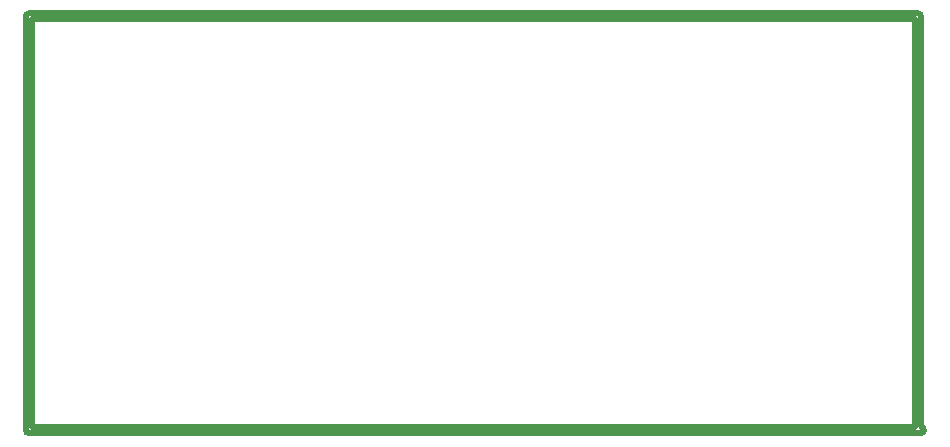
<source format=gko>
G04*
G04 #@! TF.GenerationSoftware,Altium Limited,Altium Designer,21.3.2 (30)*
G04*
G04 Layer_Color=16711935*
%FSTAX24Y24*%
%MOIN*%
G70*
G04*
G04 #@! TF.SameCoordinates,A4DC8701-BC22-4BCE-B91D-7DEF39426184*
G04*
G04*
G04 #@! TF.FilePolarity,Positive*
G04*
G01*
G75*
%ADD106C,0.0200*%
D106*
X0594Y01665D02*
G03*
X0593Y01675I-0001J0D01*
G01*
X0594Y01665D02*
G03*
X0593Y01675I-0001J0D01*
G01*
X0595Y00285D02*
G03*
X059471Y002921I-0001J0D01*
G01*
X0595Y00285D02*
G03*
X059471Y002921I-0001J0D01*
G01*
X0594Y00275D02*
G03*
X0595Y00285I0J0001D01*
G01*
X0594Y00275D02*
G03*
X0595Y00285I0J0001D01*
G01*
X02965Y01675D02*
G03*
X02955Y01665I0J-0001D01*
G01*
X02965Y01675D02*
G03*
X02955Y01665I0J-0001D01*
G01*
Y00285D02*
G03*
X02965Y00275I0001J0D01*
G01*
X02955Y00285D02*
G03*
X02965Y00275I0001J0D01*
G01*
X0594Y002991D02*
X059471Y002921D01*
X0594Y002991D02*
Y01665D01*
X0592Y00295D02*
Y01655D01*
X02965Y01675D02*
X0593D01*
X02975Y00295D02*
X0592D01*
X02975Y01655D02*
X0592D01*
X02975Y00295D02*
Y01655D01*
X02965Y00275D02*
X0594D01*
X02955Y00285D02*
Y01665D01*
M02*

</source>
